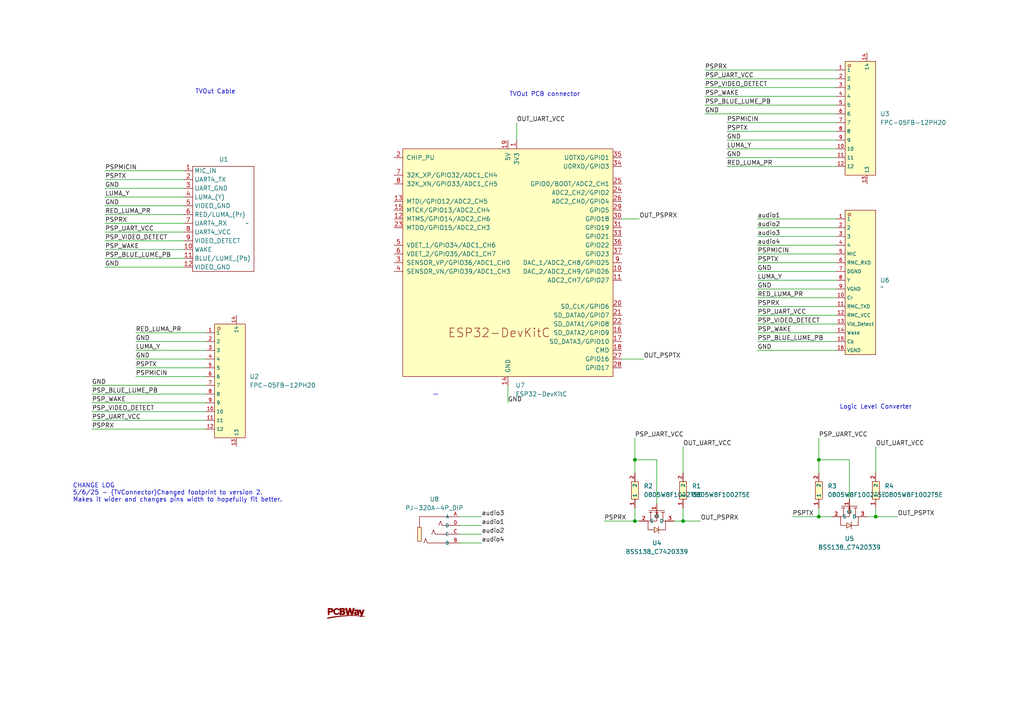
<source format=kicad_sch>
(kicad_sch (version 20231120) (generator "eeschema") (generator_version "8.0")
  (paper "A4")
  (lib_symbols
    (symbol "PCM_Espressif:ESP32-DevKitC" (pin_names (offset 1.016))
      (property "Reference" "U" (at -30.48 38.1 0))
      (property "Value" "ESP32-DevKitC" (at -30.48 35.56 0))
      (symbol "ESP32-DevKitC_0_0"
        (text "ESP32-DevKitC" (at -2.54 -20.32 0) (effects (font (size 2.54 2.54))))
        (pin power_in line (at 0 -35.56 90) (length 2.54) (name "GND") (number "14"))
        (pin power_in line (at 0 35.56 270) (length 2.54) (name "5V") (number "19"))
      )
      (symbol "ESP32-DevKitC_0_1"
        (rectangle (start -30.48 33.02) (end 30.48 -33.02) (fill (type background)))
      )
      (symbol "ESP32-DevKitC_1_1"
        (pin power_in line (at 2.54 35.56 270) (length 2.54) (name "3V3") (number "1"))
        (pin bidirectional line (at 33.02 -2.54 180) (length 2.54) (name "DAC_2/ADC2_CH9/GPIO26") (number "10"))
        (pin bidirectional line (at 33.02 -5.08 180) (length 2.54) (name "ADC2_CH7/GPIO27") (number "11"))
        (pin bidirectional line (at -33.02 12.7 0) (length 2.54) (name "MTMS/GPIO14/ADC2_CH6") (number "12"))
        (pin bidirectional line (at -33.02 17.78 0) (length 2.54) (name "MTDI/GPIO12/ADC2_CH5") (number "13"))
        (pin bidirectional line (at -33.02 15.24 0) (length 2.54) (name "MTCK/GPIO13/ADC2_CH4") (number "15"))
        (pin bidirectional line (at 33.02 -20.32 180) (length 2.54) (name "SD_DATA2/GPIO9") (number "16"))
        (pin bidirectional line (at 33.02 -22.86 180) (length 2.54) (name "SD_DATA3/GPIO10") (number "17"))
        (pin bidirectional line (at 33.02 -25.4 180) (length 2.54) (name "CMD") (number "18"))
        (pin input line (at -33.02 30.48 0) (length 2.54) (name "CHIP_PU") (number "2"))
        (pin bidirectional line (at 33.02 -12.7 180) (length 2.54) (name "SD_CLK/GPIO6") (number "20"))
        (pin bidirectional line (at 33.02 -15.24 180) (length 2.54) (name "SD_DATA0/GPIO7") (number "21"))
        (pin bidirectional line (at 33.02 -17.78 180) (length 2.54) (name "SD_DATA1/GPIO8") (number "22"))
        (pin bidirectional line (at -33.02 10.16 0) (length 2.54) (name "MTDO/GPIO15/ADC2_CH3") (number "23"))
        (pin bidirectional line (at 33.02 20.32 180) (length 2.54) (name "ADC2_CH2/GPIO2") (number "24"))
        (pin bidirectional line (at 33.02 22.86 180) (length 2.54) (name "GPIO0/BOOT/ADC2_CH1") (number "25"))
        (pin bidirectional line (at 33.02 17.78 180) (length 2.54) (name "ADC2_CH0/GPIO4") (number "26"))
        (pin bidirectional line (at 33.02 -27.94 180) (length 2.54) (name "GPIO16") (number "27"))
        (pin bidirectional line (at 33.02 -30.48 180) (length 2.54) (name "GPIO17") (number "28"))
        (pin bidirectional line (at 33.02 15.24 180) (length 2.54) (name "GPIO5") (number "29"))
        (pin input line (at -33.02 0 0) (length 2.54) (name "SENSOR_VP/GPIO36/ADC1_CH0") (number "3"))
        (pin bidirectional line (at 33.02 12.7 180) (length 2.54) (name "GPIO18") (number "30"))
        (pin bidirectional line (at 33.02 10.16 180) (length 2.54) (name "GPIO19") (number "31"))
        (pin passive line (at 0 -35.56 90) (length 2.54) hide (name "GND") (number "32"))
        (pin bidirectional line (at 33.02 7.62 180) (length 2.54) (name "GPIO21") (number "33"))
        (pin bidirectional line (at 33.02 27.94 180) (length 2.54) (name "U0RXD/GPIO3") (number "34"))
        (pin bidirectional line (at 33.02 30.48 180) (length 2.54) (name "U0TXD/GPIO1") (number "35"))
        (pin bidirectional line (at 33.02 5.08 180) (length 2.54) (name "GPIO22") (number "36"))
        (pin bidirectional line (at 33.02 2.54 180) (length 2.54) (name "GPIO23") (number "37"))
        (pin passive line (at 0 -35.56 90) (length 2.54) hide (name "GND") (number "38"))
        (pin input line (at -33.02 -2.54 0) (length 2.54) (name "SENSOR_VN/GPIO39/ADC1_CH3") (number "4"))
        (pin input line (at -33.02 5.08 0) (length 2.54) (name "VDET_1/GPIO34/ADC1_CH6") (number "5"))
        (pin input line (at -33.02 2.54 0) (length 2.54) (name "VDET_2/GPIO35/ADC1_CH7") (number "6"))
        (pin bidirectional line (at -33.02 25.4 0) (length 2.54) (name "32K_XP/GPIO32/ADC1_CH4") (number "7"))
        (pin bidirectional line (at -33.02 22.86 0) (length 2.54) (name "32K_XN/GPIO33/ADC1_CH5") (number "8"))
        (pin bidirectional line (at 33.02 0 180) (length 2.54) (name "DAC_1/ADC2_CH8/GPIO25") (number "9"))
      )
    )
    (symbol "jlcpcb:0805W8F1002T5E"
      (property "Reference" "R" (at 0 1.27 0))
      (property "Value" "0805W8F1002T5E" (at 0 -2.54 0))
      (symbol "0805W8F1002T5E_0_1"
        (rectangle (start -2.54 1.016) (end 2.54 -1.016) (fill (type background)))
        (pin input line (at -5.08 0 0) (length 2.54) (name "1") (number "1"))
        (pin input line (at 5.08 0 180) (length 2.54) (name "2") (number "2"))
      )
    )
    (symbol "jlcpcb:BSS138_C7420339"
      (property "Reference" "U" (at 0 1.27 0))
      (property "Value" "BSS138_C7420339" (at 0 -2.54 0))
      (symbol "BSS138_C7420339_0_1"
        (polyline (pts (xy -3.048 2.286) (xy -3.048 -2.286)))
        (polyline (pts (xy -2.54 -2.286) (xy -2.54 -1.27)))
        (polyline (pts (xy -2.54 -0.508) (xy -2.54 0.508)))
        (polyline (pts (xy -2.54 2.286) (xy -2.54 1.27)))
        (polyline (pts (xy 0 -1.778) (xy -2.54 -1.778)))
        (polyline (pts (xy -2.54 0) (xy -1.016 -0.508) (xy -1.016 0.508) (xy -2.54 0)) (fill (type background)))
        (polyline (pts (xy 2.54 0.508) (xy 1.778 -0.762) (xy 3.302 -0.762) (xy 2.54 0.508)) (fill (type background)))
        (polyline (pts (xy 3.556 0.508) (xy 3.048 0.508) (xy 2.032 0.508) (xy 1.524 0.508)))
        (polyline (pts (xy -2.54 0) (xy 0 0) (xy 0 -2.54) (xy 2.54 -2.54) (xy 2.54 -0.762)))
        (polyline (pts (xy -2.54 1.778) (xy 0 1.778) (xy 0 2.54) (xy 2.54 2.54) (xy 2.54 0.508)))
        (pin unspecified line (at -5.08 0 0) (length 2.54) (name "G") (number "1"))
        (pin unspecified line (at 0 -5.08 90) (length 2.54) (name "S") (number "2"))
        (pin unspecified line (at 0 5.08 270) (length 2.54) (name "D") (number "3"))
      )
    )
    (symbol "jlcpcb:FPC-05FB-12PH20"
      (property "Reference" "U" (at 0 1.27 0))
      (property "Value" "FPC-05FB-12PH20" (at 0 -2.54 0))
      (symbol "FPC-05FB-12PH20_0_1"
        (rectangle (start -3.81 17.78) (end 5.08 -15.24) (fill (type background)))
        (circle (center -2.54 16.51) (radius 0.381) (fill (type background)))
        (pin unspecified line (at -6.35 15.24 0) (length 2.54) (name "1") (number "1"))
        (pin unspecified line (at -6.35 -7.62 0) (length 2.54) (name "10") (number "10"))
        (pin unspecified line (at -6.35 -10.16 0) (length 2.54) (name "11") (number "11"))
        (pin unspecified line (at -6.35 -12.7 0) (length 2.54) (name "12") (number "12"))
        (pin unspecified line (at 2.54 -17.78 90) (length 2.54) (name "13") (number "13"))
        (pin unspecified line (at 2.54 20.32 270) (length 2.54) (name "14") (number "14"))
        (pin unspecified line (at -6.35 12.7 0) (length 2.54) (name "2") (number "2"))
        (pin unspecified line (at -6.35 10.16 0) (length 2.54) (name "3") (number "3"))
        (pin unspecified line (at -6.35 7.62 0) (length 2.54) (name "4") (number "4"))
        (pin unspecified line (at -6.35 5.08 0) (length 2.54) (name "5") (number "5"))
        (pin unspecified line (at -6.35 2.54 0) (length 2.54) (name "6") (number "6"))
        (pin unspecified line (at -6.35 0 0) (length 2.54) (name "7") (number "7"))
        (pin unspecified line (at -6.35 -2.54 0) (length 2.54) (name "8") (number "8"))
        (pin unspecified line (at -6.35 -5.08 0) (length 2.54) (name "9") (number "9"))
      )
    )
    (symbol "jlcpcb:PJ-320A-4P_DIP"
      (property "Reference" "U" (at 0 1.27 0))
      (property "Value" "PJ-320A-4P_DIP" (at 0 -2.54 0))
      (symbol "PJ-320A-4P_DIP_0_1"
        (rectangle (start -9.652 -0.508) (end -8.636 -4.572) (fill (type background)))
        (polyline (pts (xy 0 2.54) (xy -9.144 2.54) (xy -9.144 -0.508)))
        (polyline (pts (xy 0 -5.08) (xy -6.858 -5.08) (xy -7.366 -3.81) (xy -7.874 -5.08)))
        (polyline (pts (xy 0 -2.54) (xy -4.572 -2.54) (xy -5.08 -1.27) (xy -5.588 -2.54)))
        (polyline (pts (xy 0 0) (xy -2.54 0) (xy -3.048 1.27) (xy -3.556 0)))
        (pin unspecified line (at 2.54 2.54 180) (length 2.54) (name "A") (number "A"))
        (pin unspecified line (at 2.54 -5.08 180) (length 2.54) (name "B") (number "B"))
        (pin unspecified line (at 2.54 -2.54 180) (length 2.54) (name "C") (number "C"))
        (pin unspecified line (at 2.54 0 180) (length 2.54) (name "D") (number "D"))
      )
    )
    (symbol "pcbway:LOGO" (pin_names (offset 1.016))
      (symbol "LOGO_0_0"
        (polyline (pts (xy -4.9914 -0.5529) (xy -4.8003 -0.5504) (xy -4.8028 -0.188) (xy -4.8054 0.1745) (xy -4.4774 0.1845) (xy -4.4519 0.1852) (xy -4.333 0.1896) (xy -4.2447 0.1947) (xy -4.1791 0.2017) (xy -4.1282 0.2117) (xy -4.084 0.2259) (xy -4.0385 0.2452) (xy -3.9345 0.3047) (xy -3.8296 0.4028) (xy -3.7504 0.5304) (xy -3.7341 0.5708) (xy -3.7066 0.693) (xy -3.7004 0.8279) (xy -3.7156 0.9605) (xy -3.7521 1.0755) (xy -3.8029 1.1652) (xy -3.899 1.2715) (xy -4.0215 1.3483) (xy -4.0288 1.3515) (xy -4.0589 1.3635) (xy -4.0925 1.3729) (xy -4.1347 1.3801) (xy -4.1909 1.3855) (xy -4.2661 1.3896) (xy -4.3656 1.3927) (xy -4.4948 1.3952) (xy -4.6587 1.3976) (xy -5.2041 1.4049) (xy -5.2041 0.8056) (xy -4.8038 0.8056) (xy -4.8038 1.0641) (xy -4.5586 1.0575) (xy -4.4948 1.0553) (xy -4.3839 1.0478) (xy -4.302 1.0344) (xy -4.2419 1.013) (xy -4.1961 0.9814) (xy -4.1574 0.9373) (xy -4.1408 0.9083) (xy -4.1205 0.83) (xy -4.1214 0.744) (xy -4.1443 0.6686) (xy -4.1483 0.6619) (xy -4.1873 0.6173) (xy -4.2392 0.5768) (xy -4.2598 0.5653) (xy -4.3014 0.5493) (xy -4.3561 0.5383) (xy -4.4329 0.5308) (xy -4.5407 0.5252) (xy -4.6284 0.5229) (xy -4.7076 0.5232) (xy -4.7639 0.5261) (xy -4.7888 0.5315) (xy -4.7897 0.5329) (xy -4.7952 0.563) (xy -4.7997 0.6238) (xy -4.8027 0.7074) (xy -4.8038 0.8056) (xy -5.2041 0.8056) (xy -5.2041 0.4356) (xy -5.2041 0.4206) (xy -5.2039 0.2283) (xy -5.2032 0.0486) (xy -5.2022 -0.1145) (xy -5.2009 -0.2572) (xy -5.1993 -0.3754) (xy -5.1974 -0.4653) (xy -5.1954 -0.523) (xy -5.1933 -0.5446) (xy -5.1843 -0.5473) (xy -5.1422 -0.5509) (xy -5.0748 -0.553) (xy -4.9914 -0.5529)) (stroke (width 0.01)) (fill (type outline)))
        (polyline (pts (xy -2.6121 -0.4924) (xy -2.5863 -0.4915) (xy -2.4818 -0.4855) (xy -2.4015 -0.4751) (xy -2.3322 -0.4581) (xy -2.2609 -0.4323) (xy -2.2277 -0.4174) (xy -2.1542 -0.3775) (xy -2.0767 -0.3284) (xy -2.0029 -0.2758) (xy -1.9407 -0.2254) (xy -1.8978 -0.183) (xy -1.8821 -0.1542) (xy -1.8826 -0.1517) (xy -1.9003 -0.123) (xy -1.9386 -0.0768) (xy -1.9903 -0.0219) (xy -2.0979 0.0863) (xy -2.2215 -0.0066) (xy -2.252 -0.0285) (xy -2.3972 -0.1071) (xy -2.5483 -0.1509) (xy -2.6998 -0.1601) (xy -2.8463 -0.1348) (xy -2.9825 -0.0752) (xy -3.1029 0.0186) (xy -3.1382 0.0568) (xy -3.2092 0.1655) (xy -3.2497 0.2909) (xy -3.2626 0.4404) (xy -3.2611 0.4955) (xy -3.24 0.6302) (xy -3.1915 0.7439) (xy -3.1124 0.8454) (xy -3.0927 0.8652) (xy -2.998 0.9447) (xy -2.9007 0.9957) (xy -2.7893 1.0227) (xy -2.6521 1.0304) (xy -2.6186 1.03) (xy -2.5006 1.0195) (xy -2.3994 0.9915) (xy -2.3017 0.9408) (xy -2.194 0.8627) (xy -2.1664 0.8413) (xy -2.1254 0.8123) (xy -2.1039 0.8011) (xy -2.1009 0.8023) (xy -2.0744 0.8219) (xy -2.0287 0.8604) (xy -1.9716 0.9114) (xy -1.8515 1.0212) (xy -1.9569 1.118) (xy -1.9728 1.1322) (xy -2.1321 1.2475) (xy -2.308 1.3266) (xy -2.5009 1.3695) (xy -2.7113 1.3765) (xy -2.7994 1.3696) (xy -2.9559 1.3402) (xy -3.098 1.2861) (xy -3.2401 1.2027) (xy -3.3597 1.1033) (xy -3.4749 0.963) (xy -3.5632 0.8006) (xy -3.5881 0.7236) (xy -3.6102 0.6025) (xy -3.6208 0.4679) (xy -3.619 0.3339) (xy -3.6038 0.2146) (xy -3.5808 0.1271) (xy -3.5077 -0.0392) (xy -3.4025 -0.1862) (xy -3.2691 -0.3101) (xy -3.1111 -0.4071) (xy -2.9323 -0.4732) (xy -2.8649 -0.4853) (xy -2.7516 -0.493) (xy -2.6121 -0.4924)) (stroke (width 0.01)) (fill (type outline)))
        (polyline (pts (xy -1.256 -0.5554) (xy -1.1095 -0.5524) (xy -0.9602 -0.548) (xy -0.8407 -0.5419) (xy -0.7455 -0.5333) (xy -0.669 -0.5211) (xy -0.6055 -0.5044) (xy -0.5494 -0.4823) (xy -0.4951 -0.4539) (xy -0.437 -0.4182) (xy -0.4025 -0.3935) (xy -0.3313 -0.329) (xy -0.2773 -0.2623) (xy -0.2765 -0.261) (xy -0.2505 -0.217) (xy -0.234 -0.1767) (xy -0.2249 -0.1293) (xy -0.221 -0.0638) (xy -0.2202 0.0308) (xy -0.221 0.0911) (xy -0.2301 0.2093) (xy -0.2525 0.2989) (xy -0.2917 0.3673) (xy -0.3515 0.422) (xy -0.4355 0.4704) (xy -0.4367 0.471) (xy -0.498 0.5024) (xy -0.5419 0.5273) (xy -0.5591 0.5404) (xy -0.5586 0.5424) (xy -0.5387 0.5619) (xy -0.499 0.5905) (xy -0.4818 0.6027) (xy -0.4094 0.6808) (xy -0.357 0.7829) (xy -0.3276 0.8988) (xy -0.3241 1.0181) (xy -0.3491 1.1306) (xy -0.3654 1.1666) (xy -0.4359 1.2617) (xy -0.5356 1.3376) (xy -0.6576 1.3887) (xy -0.6791 1.3942) (xy -0.7292 1.4036) (xy -0.7918 1.4107) (xy -0.8724 1.4157) (xy -0.9765 1.4189) (xy -1.1097 1.4206) (xy -1.2773 1.4211) (xy -1.7814 1.4211) (xy -1.7814 0.8624) (xy -1.281 0.8624) (xy -1.281 1.0609) (xy -1.1659 1.0607) (xy -1.0576 1.0553) (xy -0.9582 1.0335) (xy -0.8909 0.9935) (xy -0.8529 0.9333) (xy -0.8413 0.8512) (xy -0.8471 0.7911) (xy -0.8757 0.7291) (xy -0.9334 0.6844) (xy -0.9473 0.6788) (xy -1.0013 0.6666) (xy -1.0735 0.6567) (xy -1.1497 0.6505) (xy -1.2153 0.6493) (xy -1.256 0.6545) (xy -1.2626 0.6601) (xy -1.2731 0.6938) (xy -1.2791 0.76) (xy -1.281 0.8624) (xy -1.7814 0.8624) (xy -1.7814 0.428) (xy -1.7814 0.0601) (xy -1.281 0.0601) (xy -1.281 0.3003) (xy -1.1002 0.3003) (xy -1.0683 0.3) (xy -0.935 0.2898) (xy -0.8359 0.264) (xy -0.7682 0.2208) (xy -0.7291 0.1587) (xy -0.7157 0.076) (xy -0.716 0.0495) (xy -0.7312 -0.0346) (xy -0.7732 -0.0953) (xy -0.8473 -0.1414) (xy -0.8474 -0.1414) (xy -0.9131 -0.1636) (xy -0.9955 -0.1758) (xy -1.1059 -0.1797) (xy -1.281 -0.1801) (xy -1.281 0.0601) (xy -1.7814 0.0601) (xy -1.7814 -0.5651) (xy -1.256 -0.5554)) (stroke (width 0.01)) (fill (type outline)))
        (polyline (pts (xy 3.0356 -0.5724) (xy 3.0935 -0.5569) (xy 3.1545 -0.5286) (xy 3.1929 -0.5074) (xy 3.2489 -0.4737) (xy 3.2841 -0.4485) (xy 3.2912 -0.4423) (xy 3.3218 -0.4231) (xy 3.338 -0.4362) (xy 3.3463 -0.4854) (xy 3.3526 -0.5504) (xy 3.5828 -0.5504) (xy 3.813 -0.5504) (xy 3.8122 0.03) (xy 3.8121 0.0866) (xy 3.8117 0.2426) (xy 3.8109 0.3653) (xy 3.8093 0.4595) (xy 3.8065 0.5303) (xy 3.802 0.5829) (xy 3.7957 0.6222) (xy 3.7869 0.6532) (xy 3.7755 0.681) (xy 3.761 0.7106) (xy 3.7247 0.7675) (xy 3.6374 0.8523) (xy 3.5238 0.9185) (xy 3.3916 0.961) (xy 3.3282 0.9711) (xy 3.2172 0.9799) (xy 3.0912 0.9824) (xy 2.9595 0.9791) (xy 2.831 0.9705) (xy 2.715 0.9571) (xy 2.6206 0.9393) (xy 2.557 0.9175) (xy 2.5562 0.9171) (xy 2.5388 0.9011) (xy 2.5284 0.8703) (xy 2.5233 0.8165) (xy 2.522 0.7311) (xy 2.5222 0.7028) (xy 2.5252 0.6294) (xy 2.531 0.5759) (xy 2.5387 0.5525) (xy 2.5415 0.5517) (xy 2.5741 0.5556) (xy 2.6317 0.5703) (xy 2.7038 0.5931) (xy 2.8191 0.6249) (xy 2.9477 0.6436) (xy 3.0685 0.645) (xy 3.1741 0.6296) (xy 3.2574 0.5978) (xy 3.3109 0.5501) (xy 3.3131 0.5469) (xy 3.3387 0.4918) (xy 3.3368 0.4542) (xy 3.3076 0.44) (xy 3.2764 0.4385) (xy 3.1958 0.4303) (xy 3.0959 0.4167) (xy 2.9886 0.3995) (xy 2.8858 0.3808) (xy 2.7991 0.3624) (xy 2.7404 0.3464) (xy 2.7021 0.3304) (xy 2.6205 0.2853) (xy 2.5496 0.2336) (xy 2.4747 0.1446) (xy 2.4249 0.0316) (xy 2.4103 -0.0631) (xy 2.8864 -0.0631) (xy 2.9125 0.0105) (xy 2.9749 0.0677) (xy 3.0735 0.1082) (xy 3.2084 0.1321) (xy 3.3444 0.1458) (xy 3.3385 -0.0121) (xy 3.3326 -0.1701) (xy 3.2433 -0.2152) (xy 3.1466 -0.2497) (xy 3.0557 -0.2561) (xy 2.978 -0.2361) (xy 2.9203 -0.1914) (xy 2.8898 -0.124) (xy 2.8864 -0.0631) (xy 2.4103 -0.0631) (xy 2.4056 -0.0937) (xy 2.418 -0.223) (xy 2.4633 -0.3479) (xy 2.5304 -0.4462) (xy 2.617 -0.5223) (xy 2.7129 -0.5658) (xy 2.7155 -0.5664) (xy 2.7577 -0.5715) (xy 2.825 -0.5757) (xy 2.9043 -0.5781) (xy 2.9645 -0.5781) (xy 3.0356 -0.5724)) (stroke (width 0.01)) (fill (type outline)))
        (polyline (pts (xy 2.0395 -0.4854) (xy 2.0499 -0.4451) (xy 2.0924 -0.2802) (xy 2.1376 -0.1038) (xy 2.1843 0.0797) (xy 2.2317 0.2662) (xy 2.2785 0.4516) (xy 2.3238 0.6316) (xy 2.3665 0.8021) (xy 2.4055 0.9589) (xy 2.4399 1.0979) (xy 2.4686 1.2147) (xy 2.4904 1.3053) (xy 2.5045 1.3655) (xy 2.5097 1.3911) (xy 2.5092 1.4049) (xy 2.5012 1.4171) (xy 2.479 1.4248) (xy 2.4361 1.429) (xy 2.3661 1.4308) (xy 2.2625 1.4311) (xy 2.013 1.4311) (xy 1.9786 1.281) (xy 1.9713 1.2487) (xy 1.9531 1.1667) (xy 1.9291 1.0578) (xy 1.9011 0.9295) (xy 1.8706 0.7895) (xy 1.8395 0.6455) (xy 1.8162 0.539) (xy 1.789 0.4174) (xy 1.7651 0.3145) (xy 1.7459 0.2353) (xy 1.7324 0.185) (xy 1.7261 0.1688) (xy 1.7243 0.1724) (xy 1.714 0.2063) (xy 1.6971 0.2693) (xy 1.6757 0.3543) (xy 1.6514 0.454) (xy 1.6378 0.5112) (xy 1.6061 0.6438) (xy 1.5704 0.7935) (xy 1.534 0.9458) (xy 1.5004 1.0864) (xy 1.4154 1.4423) (xy 1.1656 1.4367) (xy 0.9158 1.4311) (xy 0.759 0.8107) (xy 0.7376 0.726) (xy 0.7011 0.5804) (xy 0.6685 0.4498) (xy 0.641 0.3388) (xy 0.6199 0.2523) (xy 0.6063 0.195) (xy 0.6013 0.1718) (xy 0.5997 0.1592) (xy 0.5945 0.1608) (xy 0.5855 0.1862) (xy 0.5719 0.2382) (xy 0.5533 0.3192) (xy 0.5289 0.4318) (xy 0.4982 0.5787) (xy 0.4605 0.7622) (xy 0.4508 0.8098) (xy 0.4207 0.9571) (xy 0.3931 1.0917) (xy 0.3691 1.2083) (xy 0.3498 1.3015) (xy 0.3363 1.3662) (xy 0.3297 1.3969) (xy 0.3291 1.3996) (xy 0.323 1.4175) (xy 0.3102 1.4294) (xy 0.2842 1.4366) (xy 0.2382 1.44) (xy 0.1655 1.4408) (xy 0.0595 1.4399) (xy -0.0344 1.4379) (xy -0.1244 1.4331) (xy -0.1807 1.4258) (xy -0.2002 1.4165) (xy -0.1966 1.3986) (xy -0.1839 1.3452) (xy -0.1632 1.2603) (xy -0.1353 1.148) (xy -0.1013 1.0121) (xy -0.0621 0.8567) (xy -0.0188 0.6856) (xy 0.0278 0.5028) (xy 0.0665 0.3512) (xy 0.1115 0.174) (xy 0.1531 0.0101) (xy 0.19 -0.1361) (xy 0.2213 -0.2605) (xy 0.2459 -0.3589) (xy 0.2626 -0.4269) (xy 0.2705 -0.4603) (xy 0.2722 -0.4677) (xy 0.2886 -0.5168) (xy 0.307 -0.5442) (xy 0.3088 -0.5451) (xy 0.3416 -0.5497) (xy 0.4049 -0.553) (xy 0.4903 -0.5546) (xy 0.5897 -0.5542) (xy 0.8506 -0.5504) (xy 0.9923 0.01) (xy 1.0001 0.0406) (xy 1.0363 0.1834) (xy 1.0694 0.3133) (xy 1.0982 0.4252) (xy 1.1211 0.5138) (xy 1.137 0.574) (xy 1.1444 0.6005) (xy 1.1478 0.6067) (xy 1.1541 0.6046) (xy 1.1631 0.5872) (xy 1.1759 0.5511) (xy 1.1934 0.493) (xy 1.2167 0.4094) (xy 1.2467 0.2972) (xy 1.2844 0.1528) (xy 1.331 -0.0271) (xy 1.3462 -0.0861) (xy 1.3789 -0.2112) (xy 1.4085 -0.3226) (xy 1.4334 -0.4142) (xy 1.4517 -0.4796) (xy 1.4619 -0.5125) (xy 1.4642 -0.5184) (xy 1.4734 -0.5359) (xy 1.4891 -0.5477) (xy 1.5178 -0.555) (xy 1.5664 -0.5587) (xy 1.6416 -0.5602) (xy 1.7501 -0.5604) (xy 2.02 -0.5604) (xy 2.0395 -0.4854)) (stroke (width 0.01)) (fill (type outline)))
        (polyline (pts (xy -5.2914 -1.6118) (xy -5.2301 -1.5985) (xy -5.1235 -1.5772) (xy -4.9875 -1.5511) (xy -4.8278 -1.5215) (xy -4.6501 -1.4891) (xy -4.4599 -1.4551) (xy -4.263 -1.4204) (xy -4.0648 -1.3861) (xy -3.8711 -1.353) (xy -3.6874 -1.3223) (xy -3.5194 -1.2949) (xy -3.3727 -1.2718) (xy -3.2961 -1.26) (xy -3.175 -1.2413) (xy -3.0641 -1.224) (xy -2.9733 -1.2098) (xy -2.9123 -1.2) (xy -2.7661 -1.1768) (xy -2.3686 -1.1191) (xy -1.9476 -1.0652) (xy -1.5082 -1.0153) (xy -1.0558 -0.9699) (xy -0.5955 -0.9293) (xy -0.1325 -0.8939) (xy 0.3278 -0.8639) (xy 0.7803 -0.8398) (xy 1.2197 -0.8219) (xy 1.6409 -0.8106) (xy 2.0385 -0.8062) (xy 2.4073 -0.809) (xy 2.7421 -0.8195) (xy 2.7786 -0.8212) (xy 2.9313 -0.829) (xy 3.0931 -0.8382) (xy 3.2594 -0.8485) (xy 3.425 -0.8595) (xy 3.5851 -0.8709) (xy 3.7348 -0.8822) (xy 3.8692 -0.8931) (xy 3.9832 -0.9033) (xy 4.0721 -0.9123) (xy 4.1309 -0.9198) (xy 4.1546 -0.9254) (xy 4.1558 -0.9287) (xy 4.1506 -0.9589) (xy 4.1335 -1.0071) (xy 4.1277 -1.0211) (xy 4.1102 -1.0666) (xy 4.1032 -1.0902) (xy 4.1035 -1.0907) (xy 4.1264 -1.0947) (xy 4.1809 -1.0979) (xy 4.2594 -1.1001) (xy 4.3544 -1.1009) (xy 4.6056 -1.1009) (xy 4.6357 -1.0289) (xy 4.6528 -0.993) (xy 4.6772 -0.9676) (xy 4.7097 -0.9672) (xy 4.7382 -0.972) (xy 4.8033 -0.9793) (xy 4.8914 -0.9872) (xy 4.9945 -0.995) (xy 5.1049 -1.0023) (xy 5.2147 -1.0087) (xy 5.3161 -1.0136) (xy 5.4011 -1.0166) (xy 5.462 -1.0172) (xy 5.4908 -1.0149) (xy 5.5133 -1.004) (xy 5.5202 -0.9917) (xy 5.5015 -0.9796) (xy 5.4544 -0.9671) (xy 5.376 -0.9536) (xy 5.2635 -0.9382) (xy 5.114 -0.9202) (xy 5.0789 -0.9161) (xy 4.9595 -0.9014) (xy 4.8564 -0.8876) (xy 4.7755 -0.8754) (xy 4.7226 -0.8658) (xy 4.7037 -0.8597) (xy 4.7056 -0.8519) (xy 4.7188 -0.8123) (xy 4.7424 -0.7456) (xy 4.774 -0.6587) (xy 4.8111 -0.5583) (xy 4.8132 -0.5527) (xy 4.8551 -0.44) (xy 4.9062 -0.3018) (xy 4.9625 -0.1498) (xy 5.0194 0.0047) (xy 5.073 0.1501) (xy 5.1251 0.2918) (xy 5.1936 0.4775) (xy 5.2516 0.6339) (xy 5.2983 0.7589) (xy 5.3329 0.8504) (xy 5.3547 0.9064) (xy 5.3578 0.9167) (xy 5.3542 0.9281) (xy 5.335 0.935) (xy 5.2941 0.9382) (xy 5.2254 0.9384) (xy 5.1227 0.9364) (xy 4.8765 0.9307) (xy 4.7944 0.6806) (xy 4.7629 0.5834) (xy 4.7226 0.4568) (xy 4.6847 0.3348) (xy 4.6543 0.2342) (xy 4.6362 0.1759) (xy 4.6123 0.1095) (xy 4.5935 0.0703) (xy 4.5824 0.064) (xy 4.5806 0.068) (xy 4.5671 0.1042) (xy 4.5437 0.1705) (xy 4.5125 0.261) (xy 4.4756 0.3697) (xy 4.4352 0.4904) (xy 4.4231 0.5265) (xy 4.3834 0.6445) (xy 4.3479 0.7487) (xy 4.3185 0.8331) (xy 4.2976 0.8916) (xy 4.287 0.9182) (xy 4.2831 0.9232) (xy 4.2602 0.9337) (xy 4.2148 0.9399) (xy 4.141 0.9425) (xy 4.0331 0.942) (xy 4.0324 0.942) (xy 3.9395 0.9403) (xy 3.8628 0.9383) (xy 3.8103 0.9362) (xy 3.7898 0.9343) (xy 3.7899 0.9334) (xy 3.7983 0.9078) (xy 3.819 0.8496) (xy 3.8506 0.7628) (xy 3.8916 0.6516) (xy 3.9404 0.5201) (xy 3.9956 0.3723) (xy 4.0556 0.2123) (xy 4.3256 -0.5055) (xy 4.2715 -0.6537) (xy 4.2652 -0.6709) (xy 4.2383 -0.7391) (xy 4.2159 -0.7892) (xy 4.2023 -0.8113) (xy 4.1955 -0.8122) (xy 4.1548 -0.8115) (xy 4.083 -0.8077) (xy 3.986 -0.8011) (xy 3.8696 -0.792) (xy 3.7398 -0.781) (xy 3.6034 -0.769) (xy 3.4047 -0.7523) (xy 3.2237 -0.7382) (xy 3.0539 -0.7265) (xy 2.8888 -0.7169) (xy 2.7222 -0.709) (xy 2.5475 -0.7027) (xy 2.3585 -0.6975) (xy 2.1486 -0.6933) (xy 1.9115 -0.6897) (xy 1.6408 -0.6865) (xy 1.5144 -0.6852) (xy 1.2236 -0.6831) (xy 0.9615 -0.6829) (xy 0.72 -0.6848) (xy 0.491 -0.689) (xy 0.2663 -0.6956) (xy 0.0379 -0.7051) (xy -0.2023 -0.7174) (xy -0.4625 -0.733) (xy -0.7506 -0.7519) (xy -0.7754 -0.7536) (xy -1.2384 -0.7888) (xy -1.7187 -0.8315) (xy -2.2092 -0.8809) (xy -2.7027 -0.9361) (xy -3.192 -0.9962) (xy -3.6699 -1.0604) (xy -4.1293 -1.1278) (xy -4.5631 -1.1974) (xy -4.9639 -1.2685) (xy -5.0421 -1.283) (xy -5.1569 -1.3044) (xy -5.2404 -1.3208) (xy -5.2978 -1.3343) (xy -5.3341 -1.3468) (xy -5.3544 -1.3605) (xy -5.3639 -1.3773) (xy -5.3678 -1.3991) (xy -5.371 -1.4281) (xy -5.3726 -1.4388) (xy -5.3841 -1.5115) (xy -5.3957 -1.575) (xy -5.4088 -1.6388) (xy -5.2914 -1.6118)) (stroke (width 0.01)) (fill (type outline)))
      )
    )
    (symbol "psp:tvout cable"
      (property "Reference" "U" (at -11.938 13.97 0))
      (symbol "tvout cable_0_1"
        (rectangle (start -17.78 10.16) (end 0 -20.32))
      )
      (symbol "tvout cable_1_1"
        (pin input line (at -20.32 8.89 0) (length 2.54) (name "MIC_IN") (number "1"))
        (pin input line (at -20.32 -13.97 0) (length 2.54) (name "WAKE") (number "10"))
        (pin input line (at -20.32 -16.51 0) (length 2.54) (name "BLUE/LUME_(Pb)") (number "11"))
        (pin input line (at -20.32 -19.05 0) (length 2.54) (name "VIDEO_GND") (number "12"))
        (pin input line (at -20.32 6.35 0) (length 2.54) (name "UART4_TX") (number "2"))
        (pin input line (at -20.32 3.81 0) (length 2.54) (name "UART_GND") (number "3"))
        (pin input line (at -20.32 1.27 0) (length 2.54) (name "LUMA_(Y)") (number "4"))
        (pin input line (at -20.32 -1.27 0) (length 2.54) (name "VIDEO_GND") (number "5"))
        (pin input line (at -20.32 -3.81 0) (length 2.54) (name "RED/LUMA_(Pr)") (number "6"))
        (pin input line (at -20.32 -6.35 0) (length 2.54) (name "UART4_RX") (number "7"))
        (pin input line (at -20.32 -8.89 0) (length 2.54) (name "UART4_VCC") (number "8"))
        (pin input line (at -20.32 -11.43 0) (length 2.54) (name "VIDEO_DETECT") (number "9"))
      )
    )
    (symbol "psp:tvoutConnector"
      (property "Reference" "U" (at 0.254 1.016 0))
      (symbol "tvoutConnector_0_1"
        (rectangle (start -12.7 22.86) (end -3.81 -19.05) (fill (type background)))
        (circle (center -11.43 21.59) (radius 0.381) (fill (type background)))
        (pin unspecified line (at -15.24 20.32 0) (length 2.54) (name "1") (number "1"))
        (pin unspecified line (at -15.24 17.78 0) (length 2.54) (name "2") (number "2"))
        (pin unspecified line (at -15.24 15.24 0) (length 2.54) (name "3") (number "3"))
        (pin unspecified line (at -15.24 12.7 0) (length 2.54) (name "4") (number "4"))
      )
      (symbol "tvoutConnector_1_1"
        (pin unspecified line (at -15.24 -2.54 0) (length 2.54) (name "Cr") (number "10"))
        (pin unspecified line (at -15.24 -5.08 0) (length 2.54) (name "RMC_TXD") (number "11"))
        (pin unspecified line (at -15.24 -7.62 0) (length 2.54) (name "RMC_VCC") (number "12"))
        (pin unspecified line (at -15.24 -10.16 0) (length 2.54) (name "Vid_Detect") (number "13"))
        (pin unspecified line (at -15.24 -12.7 0) (length 2.54) (name "Wake") (number "14"))
        (pin unspecified line (at -15.24 -15.24 0) (length 2.54) (name "Cb") (number "15"))
        (pin unspecified line (at -15.24 -17.78 0) (length 2.54) (name "VGND") (number "16"))
        (pin unspecified line (at -15.24 10.16 0) (length 2.54) (name "MIC") (number "5"))
        (pin unspecified line (at -15.24 7.62 0) (length 2.54) (name "RMC_RXD") (number "6"))
        (pin unspecified line (at -15.24 5.08 0) (length 2.54) (name "DGND") (number "7"))
        (pin unspecified line (at -15.24 2.54 0) (length 2.54) (name "Y") (number "8"))
        (pin unspecified line (at -15.24 0 0) (length 2.54) (name "VGND") (number "9"))
      )
    )
  )
  (junction (at 198.12 151.13))
  (junction (at 237.49 133.35))
  (junction (at 184.15 151.13))
  (junction (at 254 149.86))
  (junction (at 237.49 149.86))
  (junction (at 184.15 133.35))
  (wire (pts (xy 219.71 71.12) (xy 242.57 71.12)))
  (wire (pts (xy 30.48 54.61) (xy 53.34 54.61)))
  (wire (pts (xy 139.7 154.94) (xy 133.35 154.94)))
  (wire (pts (xy 219.71 76.2) (xy 242.57 76.2)))
  (wire (pts (xy 39.37 101.6) (xy 59.69 101.6)))
  (wire (pts (xy 147.32 116.84) (xy 147.32 111.76)))
  (wire (pts (xy 30.48 72.39) (xy 53.34 72.39)))
  (wire (pts (xy 30.48 49.53) (xy 53.34 49.53)))
  (wire (pts (xy 30.48 62.23) (xy 53.34 62.23)))
  (wire (pts (xy 219.71 86.36) (xy 242.57 86.36)))
  (wire (pts (xy 30.48 67.31) (xy 53.34 67.31)))
  (wire (pts (xy 219.71 93.98) (xy 242.57 93.98)))
  (polyline (pts (xy 125.73 114.3) (xy 127 114.3)))
  (wire (pts (xy 198.12 147.32) (xy 198.12 151.13)))
  (wire (pts (xy 210.82 38.1) (xy 242.57 38.1)))
  (wire (pts (xy 30.48 64.77) (xy 53.34 64.77)))
  (wire (pts (xy 139.7 149.86) (xy 133.35 149.86)))
  (wire (pts (xy 219.71 81.28) (xy 242.57 81.28)))
  (wire (pts (xy 254 149.86) (xy 260.35 149.86)))
  (wire (pts (xy 184.15 147.32) (xy 184.15 151.13)))
  (wire (pts (xy 184.15 133.35) (xy 184.15 137.16)))
  (wire (pts (xy 229.87 149.86) (xy 237.49 149.86)))
  (wire (pts (xy 204.47 22.86) (xy 242.57 22.86)))
  (wire (pts (xy 219.71 73.66) (xy 242.57 73.66)))
  (wire (pts (xy 198.12 151.13) (xy 203.2 151.13)))
  (wire (pts (xy 26.67 124.46) (xy 59.69 124.46)))
  (wire (pts (xy 149.86 35.56) (xy 149.86 40.64)))
  (wire (pts (xy 139.7 157.48) (xy 133.35 157.48)))
  (wire (pts (xy 237.49 147.32) (xy 237.49 149.86)))
  (wire (pts (xy 30.48 74.93) (xy 53.34 74.93)))
  (wire (pts (xy 30.48 52.07) (xy 53.34 52.07)))
  (wire (pts (xy 26.67 111.76) (xy 59.69 111.76)))
  (wire (pts (xy 175.26 151.13) (xy 184.15 151.13)))
  (wire (pts (xy 219.71 63.5) (xy 242.57 63.5)))
  (wire (pts (xy 139.7 152.4) (xy 133.35 152.4)))
  (wire (pts (xy 219.71 68.58) (xy 242.57 68.58)))
  (wire (pts (xy 186.69 104.14) (xy 180.34 104.14)))
  (wire (pts (xy 251.46 149.86) (xy 254 149.86)))
  (wire (pts (xy 219.71 99.06) (xy 242.57 99.06)))
  (wire (pts (xy 246.38 133.35) (xy 237.49 133.35)))
  (wire (pts (xy 190.5 146.05) (xy 190.5 133.35)))
  (wire (pts (xy 219.71 91.44) (xy 242.57 91.44)))
  (wire (pts (xy 204.47 33.02) (xy 242.57 33.02)))
  (wire (pts (xy 26.67 121.92) (xy 59.69 121.92)))
  (wire (pts (xy 195.58 151.13) (xy 198.12 151.13)))
  (wire (pts (xy 39.37 99.06) (xy 59.69 99.06)))
  (wire (pts (xy 30.48 57.15) (xy 53.34 57.15)))
  (wire (pts (xy 26.67 119.38) (xy 59.69 119.38)))
  (wire (pts (xy 30.48 69.85) (xy 53.34 69.85)))
  (wire (pts (xy 210.82 48.26) (xy 242.57 48.26)))
  (wire (pts (xy 198.12 129.54) (xy 198.12 137.16)))
  (wire (pts (xy 204.47 27.94) (xy 242.57 27.94)))
  (wire (pts (xy 30.48 59.69) (xy 53.34 59.69)))
  (wire (pts (xy 237.49 149.86) (xy 241.3 149.86)))
  (wire (pts (xy 210.82 35.56) (xy 242.57 35.56)))
  (wire (pts (xy 190.5 133.35) (xy 184.15 133.35)))
  (wire (pts (xy 204.47 20.32) (xy 242.57 20.32)))
  (wire (pts (xy 39.37 106.68) (xy 59.69 106.68)))
  (wire (pts (xy 30.48 77.47) (xy 53.34 77.47)))
  (wire (pts (xy 204.47 30.48) (xy 242.57 30.48)))
  (wire (pts (xy 210.82 43.18) (xy 242.57 43.18)))
  (wire (pts (xy 219.71 88.9) (xy 242.57 88.9)))
  (wire (pts (xy 204.47 25.4) (xy 242.57 25.4)))
  (wire (pts (xy 254 147.32) (xy 254 149.86)))
  (wire (pts (xy 219.71 66.04) (xy 242.57 66.04)))
  (wire (pts (xy 39.37 104.14) (xy 59.69 104.14)))
  (wire (pts (xy 254 129.54) (xy 254 137.16)))
  (wire (pts (xy 26.67 114.3) (xy 59.69 114.3)))
  (wire (pts (xy 246.38 144.78) (xy 246.38 133.35)))
  (wire (pts (xy 210.82 40.64) (xy 242.57 40.64)))
  (wire (pts (xy 39.37 96.52) (xy 59.69 96.52)))
  (wire (pts (xy 210.82 45.72) (xy 242.57 45.72)))
  (wire (pts (xy 219.71 101.6) (xy 242.57 101.6)))
  (wire (pts (xy 39.37 109.22) (xy 59.69 109.22)))
  (wire (pts (xy 219.71 78.74) (xy 242.57 78.74)))
  (wire (pts (xy 219.71 96.52) (xy 242.57 96.52)))
  (wire (pts (xy 219.71 83.82) (xy 242.57 83.82)))
  (wire (pts (xy 184.15 127) (xy 184.15 133.35)))
  (wire (pts (xy 185.42 63.5) (xy 180.34 63.5)))
  (wire (pts (xy 237.49 127) (xy 237.49 133.35)))
  (wire (pts (xy 237.49 133.35) (xy 237.49 137.16)))
  (wire (pts (xy 184.15 151.13) (xy 185.42 151.13)))
  (wire (pts (xy 26.67 116.84) (xy 59.69 116.84)))
  (text "Logic Level Converter" (at 254 118.11 0) (effects (font (size 1.27 1.27))))
  (text "TVOut PCB connector" (at 157.988 27.432 0) (effects (font (size 1.27 1.27))))
  (text "TVOut Cable" (at 62.484 26.67 0) (effects (font (size 1.27 1.27))))
  (text "CHANGE LOG\n5/6/25 - (TVConnector)Changed footprint to version 2. \nMakes it wider and changes pins width to hopefully fit better." (at 21.082 143.002 0) (effects (font (size 1.27 1.27)) (justify left)))
  (label "LUMA_Y" (at 219.71 81.28 0))
  (label "audio2" (at 139.7 154.94 0))
  (label "PSPTX" (at 39.37 106.68 0))
  (label "PSP_BLUE_LUME_PB" (at 204.47 30.48 0))
  (label "OUT_PSPTX" (at 186.69 104.14 0))
  (label "PSP_WAKE" (at 204.47 27.94 0))
  (label "GND" (at 219.71 83.82 0))
  (label "GND" (at 26.67 111.76 0))
  (label "RED_LUMA_PR" (at 30.48 62.23 0))
  (label "PSP_UART_VCC" (at 204.47 22.86 0))
  (label "PSPMICIN" (at 219.71 73.66 0))
  (label "RED_LUMA_PR" (at 219.71 86.36 0))
  (label "RED_LUMA_PR" (at 39.37 96.52 0))
  (label "PSPMICIN" (at 210.82 35.56 0))
  (label "PSP_WAKE" (at 26.67 116.84 0))
  (label "PSP_VIDEO_DETECT" (at 204.47 25.4 0))
  (label "PSPRX" (at 204.47 20.32 0))
  (label "PSP_BLUE_LUME_PB" (at 26.67 114.3 0))
  (label "PSP_VIDEO_DETECT" (at 30.48 69.85 0))
  (label "RED_LUMA_PR" (at 210.82 48.26 0))
  (label "GND" (at 210.82 45.72 0))
  (label "PSPTX" (at 30.48 52.07 0))
  (label "PSPTX" (at 219.71 76.2 0))
  (label "PSPRX" (at 219.71 88.9 0))
  (label "PSPRX" (at 175.26 151.13 0))
  (label "PSP_VIDEO_DETECT" (at 219.71 93.98 0))
  (label "OUT_UART_VCC" (at 254 129.54 0))
  (label "GND" (at 30.48 54.61 0))
  (label "GND" (at 30.48 59.69 0))
  (label "PSP_UART_VCC" (at 219.71 91.44 0))
  (label "OUT_PSPRX" (at 203.2 151.13 0))
  (label "LUMA_Y" (at 30.48 57.15 0))
  (label "GND" (at 147.32 116.84 0))
  (label "PSP_BLUE_LUME_PB" (at 30.48 74.93 0))
  (label "PSP_WAKE" (at 219.71 96.52 0))
  (label "PSP_UART_VCC" (at 26.67 121.92 0))
  (label "GND" (at 219.71 101.6 0))
  (label "audio3" (at 139.7 149.86 0))
  (label "PSPTX" (at 229.87 149.86 0))
  (label "audio2" (at 219.71 66.04 0))
  (label "GND" (at 30.48 77.47 0))
  (label "PSP_UART_VCC" (at 237.49 127 0))
  (label "GND" (at 219.71 78.74 0))
  (label "audio1" (at 139.7 152.4 0))
  (label "audio4" (at 219.71 71.12 0))
  (label "audio4" (at 139.7 157.48 0))
  (label "PSP_UART_VCC" (at 184.15 127 0))
  (label "GND" (at 204.47 33.02 0))
  (label "GND" (at 39.37 99.06 0))
  (label "PSPRX" (at 30.48 64.77 0))
  (label "audio1" (at 219.71 63.5 0))
  (label "OUT_UART_VCC" (at 198.12 129.54 0))
  (label "PSP_BLUE_LUME_PB" (at 219.71 99.06 0))
  (label "GND" (at 210.82 40.64 0))
  (label "PSPMICIN" (at 30.48 49.53 0))
  (label "LUMA_Y" (at 39.37 101.6 0))
  (label "PSP_VIDEO_DETECT" (at 26.67 119.38 0))
  (label "PSPRX" (at 26.67 124.46 0))
  (label "audio3" (at 219.71 68.58 0))
  (label "OUT_PSPTX" (at 260.35 149.86 0))
  (label "OUT_PSPRX" (at 185.42 63.5 0))
  (label "GND" (at 39.37 104.14 0))
  (label "LUMA_Y" (at 210.82 43.18 0))
  (label "OUT_UART_VCC" (at 149.86 35.56 0))
  (label "PSPTX" (at 210.82 38.1 0))
  (label "PSPMICIN" (at 39.37 109.22 0))
  (label "PSP_UART_VCC" (at 30.48 67.31 0))
  (label "PSP_WAKE" (at 30.48 72.39 0))
  (symbol (lib_id "psp:tvoutConnector") (at 257.81 83.82 0) (unit 1)
    (property "Reference" "U6" (at 255.27 81.2799 0) (effects (justify left)))
    (property "Value" "~" (at 255.27 83.185 0) (effects (justify left)))
    (property "Footprint" "psp:TVOut Connector" (effects (hide yes)))
  )
  (symbol (lib_id "psp:tvout cable") (at 73.66 58.42 0) (unit 1)
    (property "Reference" "U1" (at 63.5 46.228 0) (effects (justify left)))
    (property "Value" "~" (at 71.12 64.77 0) (effects (justify left)))
    (property "Footprint" "psp:TVOut Cable" (effects (hide yes)))
  )
  (symbol (lib_id "jlcpcb:0805W8F1002T5E") (at 198.12 142.24 90) (unit 1)
    (property "Reference" "R1" (at 200.66 140.9699 90) (effects (justify right)))
    (property "Value" "0805W8F1002T5E" (at 200.66 143.5099 90) (effects (justify right)))
    (property "Footprint" "jlcpcb:R0805" (effects (hide yes)))
    (property "Datasheet" "https://item.szlcsc.com/142685.html" (effects (hide yes)))
    (property "LCSC" "C17414" (effects (hide yes)))
  )
  (symbol (lib_id "jlcpcb:BSS138_C7420339") (at 190.5 151.13 270) (unit 1)
    (property "Reference" "U4" (at 190.5 157.48 90))
    (property "Value" "BSS138_C7420339" (at 190.5 160.02 90))
    (property "Footprint" "jlcpcb:SOT-23-3_L2.9-W1.3-P1.90-LS2.4-BR" (effects (hide yes)))
    (property "Datasheet" "https://www.diodes.com/assets/Package-Files/SOT23.pdf" (effects (hide yes)))
    (property "LCSC" "C7420339" (effects (hide yes)))
  )
  (symbol (lib_id "PCM_Espressif:ESP32-DevKitC") (at 147.32 76.2 0) (unit 1)
    (property "Reference" "U7" (at 149.5141 111.76 0) (effects (justify left)))
    (property "Value" "ESP32-DevKitC" (at 149.5141 114.3 0) (effects (justify left)))
    (property "Footprint" "PCM_Espressif:ESP32-DevKitC" (effects (hide yes)))
    (property "Datasheet" "https://docs.espressif.com/projects/esp-idf/zh_CN/latest/esp32/hw-reference/esp32/get-started-devkitc.html" (effects (hide yes)))
    (property "Description" "Development Kit" (effects (hide yes)))
  )
  (symbol (lib_id "jlcpcb:BSS138_C7420339") (at 246.38 149.86 270) (unit 1)
    (property "Reference" "U5" (at 246.38 156.21 90))
    (property "Value" "BSS138_C7420339" (at 246.38 158.75 90))
    (property "Footprint" "jlcpcb:SOT-23-3_L2.9-W1.3-P1.90-LS2.4-BR" (effects (hide yes)))
    (property "Datasheet" "https://www.diodes.com/assets/Package-Files/SOT23.pdf" (effects (hide yes)))
    (property "LCSC" "C7420339" (effects (hide yes)))
  )
  (symbol (lib_id "jlcpcb:FPC-05FB-12PH20") (at 66.04 111.76 0) (unit 1)
    (property "Reference" "U2" (at 72.39 109.2199 0) (effects (justify left)))
    (property "Value" "FPC-05FB-12PH20" (at 72.39 111.7599 0) (effects (justify left)))
    (property "Footprint" "jlcpcb:FPC-SMD_12P-P0.50_XUNPU_FPC-05FB-12PH20" (effects (hide yes)))
    (property "Datasheet" "https://atta.szlcsc.com/upload/public/pdf/source/20210728/C2856827_2EDD1A49C19160ABD03FEAB4120EABEA.pdf" (effects (hide yes)))
    (property "LCSC" "C2856829" (effects (hide yes)))
  )
  (symbol (lib_id "jlcpcb:PJ-320A-4P_DIP") (at 130.81 152.4 0) (unit 1)
    (property "Reference" "U8" (at 125.984 144.78 0))
    (property "Value" "PJ-320A-4P_DIP" (at 125.984 147.32 0))
    (property "Footprint" "jlcpcb:AUDIO-TH_PJ-320A-4P-DIP" (effects (hide yes)))
    (property "Datasheet" "https://atta.szlcsc.com/upload/public/pdf/source/20230919/E76DF32B8F1CF7B7580BF2A7C54EE995.pdf" (effects (hide yes)))
    (property "LCSC" "C18185602" (effects (hide yes)))
  )
  (symbol (lib_id "jlcpcb:0805W8F1002T5E") (at 184.15 142.24 90) (unit 1)
    (property "Reference" "R2" (at 186.69 140.9699 90) (effects (justify right)))
    (property "Value" "0805W8F1002T5E" (at 186.69 143.5099 90) (effects (justify right)))
    (property "Footprint" "jlcpcb:R0805" (effects (hide yes)))
    (property "Datasheet" "https://item.szlcsc.com/142685.html" (effects (hide yes)))
    (property "LCSC" "C17414" (effects (hide yes)))
  )
  (symbol (lib_id "jlcpcb:0805W8F1002T5E") (at 237.49 142.24 90) (unit 1)
    (property "Reference" "R3" (at 240.03 140.9699 90) (effects (justify right)))
    (property "Value" "0805W8F1002T5E" (at 240.03 143.5099 90) (effects (justify right)))
    (property "Footprint" "jlcpcb:R0805" (effects (hide yes)))
    (property "Datasheet" "https://item.szlcsc.com/142685.html" (effects (hide yes)))
    (property "LCSC" "C17414" (effects (hide yes)))
  )
  (symbol (lib_id "pcbway:LOGO") (at 100.33 177.8 0) (unit 1)
    (property "Reference" "#G1" (effects (hide yes)))
    (property "Value" "LOGO" (effects (hide yes)))
  )
  (symbol (lib_id "jlcpcb:0805W8F1002T5E") (at 254 142.24 90) (unit 1)
    (property "Reference" "R4" (at 256.54 140.9699 90) (effects (justify right)))
    (property "Value" "0805W8F1002T5E" (at 256.54 143.5099 90) (effects (justify right)))
    (property "Footprint" "jlcpcb:R0805" (effects (hide yes)))
    (property "Datasheet" "https://item.szlcsc.com/142685.html" (effects (hide yes)))
    (property "LCSC" "C17414" (effects (hide yes)))
  )
  (symbol (lib_id "jlcpcb:FPC-05FB-12PH20") (at 248.92 35.56 0) (unit 1)
    (property "Reference" "U3" (at 255.27 33.0199 0) (effects (justify left)))
    (property "Value" "FPC-05FB-12PH20" (at 255.27 35.5599 0) (effects (justify left)))
    (property "Footprint" "jlcpcb:FPC-SMD_12P-P0.50_XUNPU_FPC-05FB-12PH20" (effects (hide yes)))
    (property "Datasheet" "https://atta.szlcsc.com/upload/public/pdf/source/20210728/C2856827_2EDD1A49C19160ABD03FEAB4120EABEA.pdf" (effects (hide yes)))
    (property "LCSC" "C2856829" (effects (hide yes)))
  )
)
</source>
